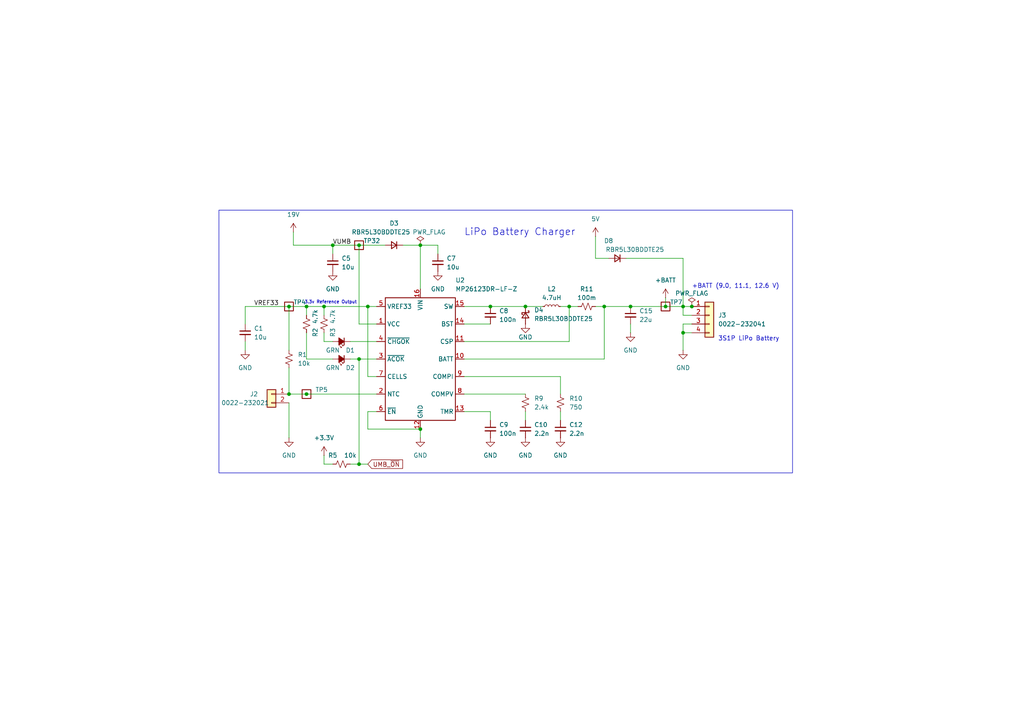
<source format=kicad_sch>
(kicad_sch (version 20250114) (generator "eeschema") (generator_version "9.0")
  (paper "A4")
  (lib_symbols
    (symbol "Connector_Generic:Conn_01x02" (pin_names (offset 1.016) (hide yes))
      (property "Reference" "J" (at 0 2.54 0))
      (property "Value" "Conn_01x02" (at 0 -5.08 0))
      (symbol "Conn_01x02_1_1"
        (rectangle (start -1.27 1.27) (end 1.27 -3.81) (stroke (width 0.254)) (fill (type background)))
        (rectangle (start -1.27 0.127) (end 0 -0.127) (stroke (width 0.1524)))
        (rectangle (start -1.27 -2.413) (end 0 -2.667) (stroke (width 0.1524)))
        (pin passive line (at -5.08 0 0) (length 3.81) (name "Pin_1") (number "1"))
        (pin passive line (at -5.08 -2.54 0) (length 3.81) (name "Pin_2") (number "2"))
      )
    )
    (symbol "Connector_Generic:Conn_01x04" (pin_names (offset 1.016) (hide yes))
      (property "Reference" "J" (at 0 5.08 0))
      (property "Value" "Conn_01x04" (at 0 -7.62 0))
      (symbol "Conn_01x04_1_1"
        (rectangle (start -1.27 3.81) (end 1.27 -6.35) (stroke (width 0.254)) (fill (type background)))
        (rectangle (start -1.27 2.667) (end 0 2.413) (stroke (width 0.1524)))
        (rectangle (start -1.27 0.127) (end 0 -0.127) (stroke (width 0.1524)))
        (rectangle (start -1.27 -2.413) (end 0 -2.667) (stroke (width 0.1524)))
        (rectangle (start -1.27 -4.953) (end 0 -5.207) (stroke (width 0.1524)))
        (pin passive line (at -5.08 2.54 0) (length 3.81) (name "Pin_1") (number "1"))
        (pin passive line (at -5.08 0 0) (length 3.81) (name "Pin_2") (number "2"))
        (pin passive line (at -5.08 -2.54 0) (length 3.81) (name "Pin_3") (number "3"))
        (pin passive line (at -5.08 -5.08 0) (length 3.81) (name "Pin_4") (number "4"))
      )
    )
    (symbol "Device:C_Small" (pin_numbers (hide yes)) (pin_names (offset 0.254) (hide yes))
      (property "Reference" "C" (at 0.254 1.778 0))
      (property "Value" "C_Small" (at 0.254 -2.032 0))
      (symbol "C_Small_0_1"
        (polyline (pts (xy -1.524 0.508) (xy 1.524 0.508)) (stroke (width 0.3048)))
        (polyline (pts (xy -1.524 -0.508) (xy 1.524 -0.508)) (stroke (width 0.3302)))
      )
      (symbol "C_Small_1_1"
        (pin passive line (at 0 2.54 270) (length 2.032) (name "~") (number "1"))
        (pin passive line (at 0 -2.54 90) (length 2.032) (name "~") (number "2"))
      )
    )
    (symbol "Device:D_Schottky_Small" (pin_numbers (hide yes)) (pin_names (offset 0.254) (hide yes))
      (property "Reference" "D" (at -1.27 2.032 0))
      (property "Value" "D_Schottky_Small" (at -7.112 -2.032 0))
      (symbol "D_Schottky_Small_0_1"
        (polyline (pts (xy -1.27 0.762) (xy -1.27 1.016) (xy -0.762 1.016) (xy -0.762 -1.016) (xy -0.254 -1.016) (xy -0.254 -0.762)) (stroke (width 0.254)))
        (polyline (pts (xy -0.762 0) (xy 0.762 0)))
        (polyline (pts (xy 0.762 -1.016) (xy -0.762 0) (xy 0.762 1.016) (xy 0.762 -1.016)) (stroke (width 0.254)))
      )
      (symbol "D_Schottky_Small_1_1"
        (pin passive line (at -2.54 0 0) (length 1.778) (name "K") (number "1"))
        (pin passive line (at 2.54 0 180) (length 1.778) (name "A") (number "2"))
      )
    )
    (symbol "Device:D_Small" (pin_numbers (hide yes)) (pin_names (offset 0.254) (hide yes))
      (property "Reference" "D" (at -1.27 2.032 0))
      (property "Value" "D_Small" (at -3.81 -2.032 0))
      (symbol "D_Small_0_1"
        (polyline (pts (xy -0.762 0) (xy 0.762 0)))
        (polyline (pts (xy -0.762 -1.016) (xy -0.762 1.016)) (stroke (width 0.254)))
        (polyline (pts (xy 0.762 -1.016) (xy -0.762 0) (xy 0.762 1.016) (xy 0.762 -1.016)) (stroke (width 0.254)))
      )
      (symbol "D_Small_1_1"
        (pin passive line (at -2.54 0 0) (length 1.778) (name "K") (number "1"))
        (pin passive line (at 2.54 0 180) (length 1.778) (name "A") (number "2"))
      )
    )
    (symbol "Device:LED_Small_Filled" (pin_numbers (hide yes)) (pin_names (offset 0.254) (hide yes))
      (property "Reference" "D" (at -1.27 3.175 0))
      (property "Value" "LED_Small_Filled" (at -4.445 -2.54 0))
      (symbol "LED_Small_Filled_0_1"
        (polyline (pts (xy -0.762 -1.016) (xy -0.762 1.016)) (stroke (width 0.254)))
        (polyline (pts (xy 0 0.762) (xy -0.508 1.27) (xy -0.254 1.27) (xy -0.508 1.27) (xy -0.508 1.016)))
        (polyline (pts (xy 0.508 1.27) (xy 0 1.778) (xy 0.254 1.778) (xy 0 1.778) (xy 0 1.524)))
        (polyline (pts (xy 0.762 -1.016) (xy -0.762 0) (xy 0.762 1.016) (xy 0.762 -1.016)) (stroke (width 0.254)) (fill (type outline)))
        (polyline (pts (xy 1.016 0) (xy -0.762 0)))
      )
      (symbol "LED_Small_Filled_1_1"
        (pin passive line (at -2.54 0 0) (length 1.778) (name "K") (number "1"))
        (pin passive line (at 2.54 0 180) (length 1.778) (name "A") (number "2"))
      )
    )
    (symbol "Device:L_Small" (pin_numbers (hide yes)) (pin_names (offset 0.254) (hide yes))
      (property "Reference" "L" (at 0.762 1.016 0))
      (property "Value" "L_Small" (at 0.762 -1.016 0))
      (symbol "L_Small_0_1"
        (arc (start 0 2.032) (mid 0.5058 1.524) (end 0 1.016))
        (arc (start 0 1.016) (mid 0.5058 0.508) (end 0 0))
        (arc (start 0 0) (mid 0.5058 -0.508) (end 0 -1.016))
        (arc (start 0 -1.016) (mid 0.5058 -1.524) (end 0 -2.032))
      )
      (symbol "L_Small_1_1"
        (pin passive line (at 0 2.54 270) (length 0.508) (name "~") (number "1"))
        (pin passive line (at 0 -2.54 90) (length 0.508) (name "~") (number "2"))
      )
    )
    (symbol "Device:R_Small_US" (pin_numbers (hide yes)) (pin_names (offset 0.254) (hide yes))
      (property "Reference" "R" (at 0.762 0.508 0))
      (property "Value" "R_Small_US" (at 0.762 -1.016 0))
      (symbol "R_Small_US_1_1"
        (polyline (pts (xy 0 1.524) (xy 1.016 1.143) (xy 0 0.762) (xy -1.016 0.381) (xy 0 0)))
        (polyline (pts (xy 0 0) (xy 1.016 -0.381) (xy 0 -0.762) (xy -1.016 -1.143) (xy 0 -1.524)))
        (pin passive line (at 0 2.54 270) (length 1.016) (name "~") (number "1"))
        (pin passive line (at 0 -2.54 90) (length 1.016) (name "~") (number "2"))
      )
    )
    (symbol "U-MonolithicPower-MP26123DR-LF-Z-battery-charger-li-ion:MP26123DR-LF-Z"
      (property "Reference" "U" (at 0 25.4 0))
      (property "Value" "MP26123DR-LF-Z" (at 0 25.4 0))
      (symbol "MP26123DR-LF-Z_0_1"
        (rectangle (start -10.16 17.78) (end 10.16 -17.78) (stroke (width 0.254)))
      )
      (symbol "MP26123DR-LF-Z_1_1"
        (pin output line (at -12.7 15.24 0) (length 2.54) (name "VREF33") (number "5"))
        (pin power_in line (at -12.7 10.16 0) (length 2.54) (name "VCC") (number "1"))
        (pin output line (at -12.7 5.08 0) (length 2.54) (name "~{CHGOK}") (number "4"))
        (pin output line (at -12.7 0 0) (length 2.54) (name "~{ACOK}") (number "3"))
        (pin input line (at -12.7 -5.08 0) (length 2.54) (name "CELLS") (number "7"))
        (pin input line (at -12.7 -10.16 0) (length 2.54) (name "NTC") (number "2"))
        (pin input line (at -12.7 -15.24 0) (length 2.54) (name "~{EN}") (number "6"))
        (pin power_in line (at 0 20.32 270) (length 2.54) (name "VIN") (number "16"))
        (pin power_in line (at 0 -20.32 90) (length 2.54) (name "GND") (number "12"))
        (pin passive line (at 0 -20.32 90) (length 2.54) (hide yes) (name "GND") (number "17"))
        (pin power_out line (at 12.7 15.24 180) (length 2.54) (name "SW") (number "15"))
        (pin passive line (at 12.7 10.16 180) (length 2.54) (name "BST") (number "14"))
        (pin input line (at 12.7 5.08 180) (length 2.54) (name "CSP") (number "11"))
        (pin passive line (at 12.7 0 180) (length 2.54) (name "BATT") (number "10"))
        (pin passive line (at 12.7 -5.08 180) (length 2.54) (name "COMPI") (number "9"))
        (pin passive line (at 12.7 -10.16 180) (length 2.54) (name "COMPV") (number "8"))
        (pin passive line (at 12.7 -15.24 180) (length 2.54) (name "TMR") (number "13"))
      )
    )
    (symbol "power:+3.3V" (power) (pin_numbers (hide yes)) (pin_names (offset 0) (hide yes))
      (property "Value" "+3.3V" (at 0 3.556 0))
      (symbol "+3.3V_0_1"
        (polyline (pts (xy -0.762 1.27) (xy 0 2.54)))
        (polyline (pts (xy 0 2.54) (xy 0.762 1.27)))
        (polyline (pts (xy 0 0) (xy 0 2.54)))
      )
      (symbol "+3.3V_1_1"
        (pin power_in line (at 0 0 90) (length 0) (name "~") (number "1"))
      )
    )
    (symbol "power:+BATT" (power) (pin_numbers (hide yes)) (pin_names (offset 0) (hide yes))
      (property "Value" "+BATT" (at 0 3.556 0))
      (symbol "+BATT_0_1"
        (polyline (pts (xy -0.762 1.27) (xy 0 2.54)))
        (polyline (pts (xy 0 2.54) (xy 0.762 1.27)))
        (polyline (pts (xy 0 0) (xy 0 2.54)))
      )
      (symbol "+BATT_1_1"
        (pin power_in line (at 0 0 90) (length 0) (name "~") (number "1"))
      )
    )
    (symbol "power:GND" (power) (pin_numbers (hide yes)) (pin_names (offset 0) (hide yes))
      (property "Value" "GND" (at 0 -3.81 0))
      (symbol "GND_0_1"
        (polyline (pts (xy 0 0) (xy 0 -1.27) (xy 1.27 -1.27) (xy 0 -2.54) (xy -1.27 -1.27) (xy 0 -1.27)))
      )
      (symbol "GND_1_1"
        (pin power_in line (at 0 0 270) (length 0) (name "~") (number "1"))
      )
    )
    (symbol "power:PWR_FLAG" (power) (pin_numbers (hide yes)) (pin_names (offset 0) (hide yes))
      (property "Value" "PWR_FLAG" (at 0 3.81 0))
      (symbol "PWR_FLAG_0_0"
        (pin power_out line (at 0 0 90) (length 0) (name "~") (number "1"))
      )
      (symbol "PWR_FLAG_0_1"
        (polyline (pts (xy 0 0) (xy 0 1.27) (xy -1.016 1.905) (xy 0 2.54) (xy 1.016 1.905) (xy 0 1.27)))
      )
    )
    (symbol "psas-testpoint:Test-Point" (pin_numbers (hide yes)) (pin_names (hide yes))
      (property "Reference" "TP" (at 0 2.54 0))
      (symbol "Test-Point_0_1"
        (rectangle (start -1.27 1.27) (end 1.27 -1.27) (stroke (width 0.254)))
      )
      (symbol "Test-Point_1_1"
        (pin passive line (at 0 0 90) (length 0) (name "") (number "1"))
      )
    )
  )
  (rectangle (start 63.5 60.96) (end 229.87 137.16))
  (text "3S1P LiPo Battery" (at 208.28 99.06 0) (effects (font (size 1.27 1.27)) (justify left bottom)))
  (text "3.3v Reference Output" (at 88.265 88.265 0) (effects (font (size 0.889 0.889)) (justify left bottom)))
  (text "+BATT (9.0, 11.1, 12.6 V)" (at 200.66 83.82 0) (effects (font (size 1.27 1.27)) (justify left bottom)))
  (text "LiPo Battery Charger" (at 134.62 68.58 0) (effects (font (size 2.032 2.032)) (justify left bottom)))
  (junction (at 175.26 88.9))
  (junction (at 198.12 96.52))
  (junction (at 106.68 88.9))
  (junction (at 104.14 71.12))
  (junction (at 200.66 88.9))
  (junction (at 83.82 88.9))
  (junction (at 165.1 88.9))
  (junction (at 182.88 88.9))
  (junction (at 83.82 114.3))
  (junction (at 93.98 88.9))
  (junction (at 121.92 124.46))
  (junction (at 193.04 88.9))
  (junction (at 142.24 88.9))
  (junction (at 198.12 88.9))
  (junction (at 152.4 88.9))
  (junction (at 88.9 88.9))
  (junction (at 104.14 104.14))
  (junction (at 104.14 134.62))
  (junction (at 96.52 71.12))
  (junction (at 88.9 114.3))
  (junction (at 121.92 71.12))
  (wire (pts (xy 181.61 74.93) (xy 198.12 74.93)))
  (wire (pts (xy 172.72 74.93) (xy 176.53 74.93)))
  (wire (pts (xy 104.14 71.12) (xy 104.14 93.98)))
  (wire (pts (xy 85.09 67.31) (xy 85.09 71.12)))
  (wire (pts (xy 101.6 99.06) (xy 109.22 99.06)))
  (wire (pts (xy 101.6 134.62) (xy 104.14 134.62)))
  (wire (pts (xy 193.04 88.9) (xy 198.12 88.9)))
  (wire (pts (xy 93.98 88.9) (xy 106.68 88.9)))
  (wire (pts (xy 88.9 104.14) (xy 96.52 104.14)))
  (wire (pts (xy 152.4 119.38) (xy 152.4 121.92)))
  (wire (pts (xy 193.04 86.36) (xy 193.04 88.9)))
  (wire (pts (xy 71.12 93.98) (xy 71.12 88.9)))
  (wire (pts (xy 198.12 91.44) (xy 198.12 88.9)))
  (wire (pts (xy 106.68 88.9) (xy 109.22 88.9)))
  (wire (pts (xy 109.22 93.98) (xy 104.14 93.98)))
  (wire (pts (xy 93.98 99.06) (xy 96.52 99.06)))
  (wire (pts (xy 162.56 88.9) (xy 165.1 88.9)))
  (wire (pts (xy 71.12 99.06) (xy 71.12 101.6)))
  (wire (pts (xy 175.26 104.14) (xy 134.62 104.14)))
  (wire (pts (xy 121.92 124.46) (xy 121.92 127)))
  (wire (pts (xy 101.6 104.14) (xy 104.14 104.14)))
  (wire (pts (xy 93.98 134.62) (xy 96.52 134.62)))
  (wire (pts (xy 93.98 132.08) (xy 93.98 134.62)))
  (wire (pts (xy 162.56 119.38) (xy 162.56 121.92)))
  (wire (pts (xy 104.14 104.14) (xy 104.14 134.62)))
  (wire (pts (xy 104.14 71.12) (xy 96.52 71.12)))
  (wire (pts (xy 134.62 109.22) (xy 162.56 109.22)))
  (wire (pts (xy 88.9 88.9) (xy 93.98 88.9)))
  (wire (pts (xy 142.24 121.92) (xy 142.24 119.38)))
  (wire (pts (xy 142.24 88.9) (xy 152.4 88.9)))
  (wire (pts (xy 165.1 88.9) (xy 165.1 99.06)))
  (wire (pts (xy 83.82 101.6) (xy 83.82 88.9)))
  (wire (pts (xy 134.62 114.3) (xy 152.4 114.3)))
  (wire (pts (xy 127 71.12) (xy 127 73.66)))
  (wire (pts (xy 83.82 88.9) (xy 88.9 88.9)))
  (wire (pts (xy 83.82 106.68) (xy 83.82 114.3)))
  (wire (pts (xy 104.14 134.62) (xy 106.68 134.62)))
  (wire (pts (xy 162.56 109.22) (xy 162.56 114.3)))
  (wire (pts (xy 172.72 88.9) (xy 175.26 88.9)))
  (wire (pts (xy 175.26 88.9) (xy 175.26 104.14)))
  (wire (pts (xy 93.98 88.9) (xy 93.98 91.44)))
  (wire (pts (xy 71.12 88.9) (xy 83.82 88.9)))
  (wire (pts (xy 85.09 71.12) (xy 96.52 71.12)))
  (wire (pts (xy 165.1 88.9) (xy 167.64 88.9)))
  (wire (pts (xy 200.66 91.44) (xy 198.12 91.44)))
  (wire (pts (xy 106.68 88.9) (xy 106.68 109.22)))
  (wire (pts (xy 88.9 96.52) (xy 88.9 104.14)))
  (wire (pts (xy 109.22 119.38) (xy 106.68 119.38)))
  (wire (pts (xy 121.92 71.12) (xy 127 71.12)))
  (wire (pts (xy 106.68 124.46) (xy 121.92 124.46)))
  (wire (pts (xy 88.9 88.9) (xy 88.9 91.44)))
  (wire (pts (xy 152.4 88.9) (xy 157.48 88.9)))
  (wire (pts (xy 200.66 93.98) (xy 198.12 93.98)))
  (wire (pts (xy 198.12 93.98) (xy 198.12 96.52)))
  (wire (pts (xy 93.98 96.52) (xy 93.98 99.06)))
  (wire (pts (xy 109.22 109.22) (xy 106.68 109.22)))
  (wire (pts (xy 198.12 88.9) (xy 200.66 88.9)))
  (wire (pts (xy 134.62 93.98) (xy 142.24 93.98)))
  (wire (pts (xy 104.14 104.14) (xy 109.22 104.14)))
  (wire (pts (xy 121.92 83.82) (xy 121.92 71.12)))
  (wire (pts (xy 96.52 71.12) (xy 96.52 73.66)))
  (wire (pts (xy 172.72 68.58) (xy 172.72 74.93)))
  (wire (pts (xy 182.88 93.98) (xy 182.88 96.52)))
  (wire (pts (xy 198.12 96.52) (xy 200.66 96.52)))
  (wire (pts (xy 165.1 99.06) (xy 134.62 99.06)))
  (wire (pts (xy 88.9 114.3) (xy 109.22 114.3)))
  (wire (pts (xy 134.62 88.9) (xy 142.24 88.9)))
  (wire (pts (xy 104.14 71.12) (xy 111.76 71.12)))
  (wire (pts (xy 83.82 114.3) (xy 88.9 114.3)))
  (wire (pts (xy 175.26 88.9) (xy 182.88 88.9)))
  (wire (pts (xy 83.82 116.84) (xy 83.82 127)))
  (wire (pts (xy 198.12 96.52) (xy 198.12 101.6)))
  (wire (pts (xy 198.12 74.93) (xy 198.12 88.9)))
  (wire (pts (xy 142.24 119.38) (xy 134.62 119.38)))
  (wire (pts (xy 106.68 119.38) (xy 106.68 124.46)))
  (wire (pts (xy 116.84 71.12) (xy 121.92 71.12)))
  (wire (pts (xy 182.88 88.9) (xy 193.04 88.9)))
  (label "VREF33" (at 73.66 88.9 0))
  (label "VUMB" (at 96.52 71.12 0))
  (global_label "UMB_~{ON}" (shape input) (at 106.68 134.62 0) (property "Intersheetrefs" "${INTERSHEET_REFS}" (effects (hide yes))))
  (symbol (lib_id "Device:C_Small") (at 162.56 124.46 0) (unit 1)
    (property "Reference" "C12" (at 165.1 123.1962 0) (effects (justify left)))
    (property "Value" "2.2n" (at 165.1 125.7362 0) (effects (justify left)))
    (property "Footprint" "Capacitor_SMD:C_0603_1608Metric" (effects (hide yes)))
    (property "Description" "CAP CER 2200PF 50V X7R 0603" (effects (hide yes)))
    (property "DPN" "1276-6530-1-ND" (effects (hide yes)))
    (property "DST" "DigiKey" (effects (hide yes)))
    (property "MFR" "Samsung Microelectronics" (effects (hide yes)))
    (property "MPN" "CL10B222KB8WPNC" (effects (hide yes)))
  )
  (symbol (lib_id "power:GND") (at 152.4 127 0) (unit 1)
    (property "Reference" "#PWR018" (effects (hide yes)))
    (property "Value" "GND" (at 152.4 132.08 0))
    (property "Description" "Power symbol creates a global label with name \"GND\" , ground" (effects (hide yes)))
  )
  (symbol (lib_id "Device:LED_Small_Filled") (at 99.06 104.14 180) (unit 1)
    (property "Reference" "D2" (at 101.6 106.68 0))
    (property "Value" "GRN" (at 96.52 106.68 0))
    (property "Footprint" "LED_SMD:LED_0603_1608Metric" (effects (hide yes)))
    (property "Datasheet" "https://www.we-online.com/components/products/datasheet/150060GS75000.pdf" (effects (hide yes)))
    (property "Description" "Green 520nm LED Indication - Discrete 3.2V 0603 (1608 Metric) - 430 mcd @ 20 mA" (effects (hide yes)))
    (property "DPN" "732-4971-1-ND" (effects (hide yes)))
    (property "DST" "DigiKey" (effects (hide yes)))
    (property "MFR" "Wurth" (effects (hide yes)))
    (property "MPN" "150060GS75000" (effects (hide yes)))
  )
  (symbol (lib_id "power:GND") (at 152.4 93.98 0) (unit 1)
    (property "Reference" "#PWR017" (effects (hide yes)))
    (property "Value" "GND" (at 152.4 97.79 0))
    (property "Description" "Power symbol creates a global label with name \"GND\" , ground" (effects (hide yes)))
  )
  (symbol (lib_id "psas-testpoint:Test-Point") (at 83.82 88.9 0) (unit 1) (in_bom no)
    (property "Reference" "TP4" (at 85.09 87.63 0) (effects (justify left)))
    (property "Value" "Test-Point" (effects (hide yes)))
    (property "Footprint" "psas-footprints:TP-through-hole-1X01" (effects (hide yes)))
  )
  (symbol (lib_id "power:GND") (at 198.12 101.6 0) (unit 1)
    (property "Reference" "#PWR028" (effects (hide yes)))
    (property "Value" "GND" (at 198.12 106.68 0))
    (property "Description" "Power symbol creates a global label with name \"GND\" , ground" (effects (hide yes)))
  )
  (symbol (lib_id "Device:D_Small") (at 179.07 74.93 180) (unit 1)
    (property "Reference" "D8" (at 176.53 69.85 0))
    (property "Value" "RBR5L30BDDTE25" (at 184.15 72.39 0))
    (property "Footprint" "Diode_SMD:D_SMA" (effects (hide yes)))
    (property "Datasheet" "https://www.rohm.com/datasheet?p=RBR5L30BDD&dist=Digi-key&media=referral&source=digi-key.com&campaign=Digi-key" (effects (hide yes)))
    (property "Description" "DIODE SCHOTTKY 30V 5A PMDS" (effects (hide yes)))
    (property "DPN" "846-RBR5L30BDDTE25CT-ND" (effects (hide yes)))
    (property "DST" "DigiKey" (effects (hide yes)))
    (property "MFR" "Rohm" (effects (hide yes)))
    (property "MPN" "RBR5L30BDDTE25" (effects (hide yes)))
    (property "Sim.Device" "D" (effects (hide yes)))
    (property "Sim.Pins" "1=K 2=A" (effects (hide yes)))
  )
  (symbol (lib_id "power:PWR_FLAG") (at 200.66 88.9 0) (unit 1)
    (property "Reference" "#FLG0102" (effects (hide yes)))
    (property "Value" "PWR_FLAG" (at 200.66 85.09 0))
    (property "Description" "Special symbol for telling ERC where power comes from" (effects (hide yes)))
  )
  (symbol (lib_id "power:GND") (at 162.56 127 0) (unit 1)
    (property "Reference" "#PWR021" (effects (hide yes)))
    (property "Value" "GND" (at 162.56 132.08 0))
    (property "Description" "Power symbol creates a global label with name \"GND\" , ground" (effects (hide yes)))
  )
  (symbol (lib_id "Device:L_Small") (at 160.02 88.9 90) (unit 1)
    (property "Reference" "L2" (at 160.02 83.82 90))
    (property "Value" "4.7uH" (at 160.02 86.36 90))
    (property "Footprint" "Inductor_SMD:L_Vishay_IHLP-2020" (effects (hide yes)))
    (property "Datasheet" "https://www.vishay.com/docs/34261/ihlp2020bz11.pdf" (effects (hide yes)))
    (property "Description" "FIXED IND 4.7UH 3.2A 81.3MOHM SM" (effects (hide yes)))
    (property "MPN" "IHLP2020BZER4R7M11" (effects (hide yes)))
    (property "DPN" "541-1222-1-ND" (effects (hide yes)))
    (property "DST" "DigiKey" (effects (hide yes)))
    (property "MFR" "Vishay" (effects (hide yes)))
  )
  (symbol (lib_id "power:+3.3V") (at 85.09 67.31 0) (mirror y) (unit 1)
    (property "Reference" "#PWR01" (effects (hide yes)))
    (property "Value" "19V" (at 85.09 62.23 0))
    (property "Description" "Power symbol creates a global label with name \"+3.3V\"" (effects (hide yes)))
  )
  (symbol (lib_id "Device:R_Small_US") (at 152.4 116.84 0) (unit 1)
    (property "Reference" "R9" (at 154.94 115.5699 0) (effects (justify left)))
    (property "Value" "2.4k" (at 154.94 118.1099 0) (effects (justify left)))
    (property "Footprint" "Resistor_SMD:R_0603_1608Metric" (effects (hide yes)))
    (property "Description" "RES 2.4K OHM 1% 1/10W 0603" (effects (hide yes)))
    (property "DPN" "311-2.40KHRCT-ND" (effects (hide yes)))
    (property "DST" "DigiKey" (effects (hide yes)))
    (property "MFR" "Yageo" (effects (hide yes)))
    (property "MPN" "RC0603FR-072K4L" (effects (hide yes)))
  )
  (symbol (lib_id "power:GND") (at 83.82 127 0) (unit 1)
    (property "Reference" "#PWR05" (effects (hide yes)))
    (property "Value" "GND" (at 83.82 132.08 0))
    (property "Description" "Power symbol creates a global label with name \"GND\" , ground" (effects (hide yes)))
  )
  (symbol (lib_id "Device:C_Small") (at 71.12 96.52 0) (unit 1)
    (property "Reference" "C1" (at 73.66 95.2562 0) (effects (justify left)))
    (property "Value" "10u" (at 73.66 97.7962 0) (effects (justify left)))
    (property "Footprint" "Capacitor_SMD:C_0805_2012Metric" (effects (hide yes)))
    (property "Description" "CAP CER 10UF 50V X5R 0805" (effects (hide yes)))
    (property "DPN" "490-18663-1-ND" (effects (hide yes)))
    (property "DST" "DigiKey" (effects (hide yes)))
    (property "MFR" "Murata" (effects (hide yes)))
    (property "MPN" "GRM21BR61H106KE43L" (effects (hide yes)))
  )
  (symbol (lib_id "Device:C_Small") (at 182.88 91.44 0) (unit 1)
    (property "Reference" "C15" (at 185.42 90.1762 0) (effects (justify left)))
    (property "Value" "22u" (at 185.42 92.7162 0) (effects (justify left)))
    (property "Footprint" "Capacitor_SMD:C_0805_2012Metric" (effects (hide yes)))
    (property "Description" "CAP CER 22UF 25V X5R 0805" (effects (hide yes)))
    (property "MPN" "GRT21BR61E226ME13L" (effects (hide yes)))
    (property "DPN" "490-12389-1-ND" (effects (hide yes)))
    (property "DST" "DigiKey" (effects (hide yes)))
    (property "MFR" "Murata" (effects (hide yes)))
  )
  (symbol (lib_id "Connector_Generic:Conn_01x04") (at 205.74 91.44 0) (unit 1)
    (property "Reference" "J3" (at 208.28 91.4399 0) (effects (justify left)))
    (property "Value" "0022-232041" (at 208.28 93.9799 0) (effects (justify left)))
    (property "Footprint" "Connector_Molex:Molex_KK-254_AE-6410-04A_1x04_P2.54mm_Vertical" (effects (hide yes)))
    (property "Datasheet" "https://www.molex.com/en-us/products/part-detail/22232041?display=pdf" (effects (hide yes)))
    (property "Description" "CONN HEADER VERT 4POS 2.54MM HIGH PRESSURE" (effects (hide yes)))
    (property "DPN" "WM4202-ND" (effects (hide yes)))
    (property "DST" "DigiKey" (effects (hide yes)))
    (property "MFR" "Molex" (effects (hide yes)))
    (property "MPN" "22232041" (effects (hide yes)))
  )
  (symbol (lib_id "power:PWR_FLAG") (at 121.92 71.12 0) (unit 1)
    (property "Reference" "#FLG0105" (effects (hide yes)))
    (property "Value" "PWR_FLAG" (at 124.46 67.31 0))
    (property "Description" "Special symbol for telling ERC where power comes from" (effects (hide yes)))
  )
  (symbol (lib_id "Connector_Generic:Conn_01x02") (at 78.74 114.3 0) (mirror y) (unit 1)
    (property "Reference" "J2" (at 73.66 114.3 0))
    (property "Value" "0022-232021" (at 71.12 116.84 0))
    (property "Footprint" "Connector_Molex:Molex_KK-254_AE-6410-02A_1x02_P2.54mm_Vertical" (effects (hide yes)))
    (property "Datasheet" "https://www.molex.com/webdocs/datasheets/pdf/en-us//0022232021_PCB_HEADERS.pdf" (effects (hide yes)))
    (property "Description" "CONN HEADER VERT 2POS 2.54MM HIGH PRESSURE" (effects (hide yes)))
    (property "DPN" "900-0022232021-ND" (effects (hide yes)))
    (property "DST" "DigiKey" (effects (hide yes)))
    (property "MFR" "Molex" (effects (hide yes)))
    (property "MPN" "22232021" (effects (hide yes)))
  )
  (symbol (lib_id "Device:R_Small_US") (at 99.06 134.62 90) (unit 1)
    (property "Reference" "R5" (at 96.52 132.08 90))
    (property "Value" "10k" (at 101.6 132.08 90))
    (property "Footprint" "Resistor_SMD:R_0603_1608Metric" (effects (hide yes)))
    (property "Description" "RES 10K OHM 1% 1/10W 0603" (effects (hide yes)))
    (property "DPN" "311-10.0KHRCT-ND" (effects (hide yes)))
    (property "DST" "DigiKey" (effects (hide yes)))
    (property "MFR" "Yageo" (effects (hide yes)))
    (property "MPN" "RC0603FR-0710KL" (effects (hide yes)))
  )
  (symbol (lib_id "Device:R_Small_US") (at 93.98 93.98 0) (unit 1)
    (property "Reference" "R3" (at 96.52 97.79 90) (effects (justify left)))
    (property "Value" "4.7k" (at 96.52 93.98 90) (effects (justify left)))
    (property "Footprint" "Resistor_SMD:R_0603_1608Metric" (effects (hide yes)))
    (property "Description" "RES 4.7K OHM 1% 1/10W 0603" (effects (hide yes)))
    (property "DPN" "311-4.70KHRCT-ND" (effects (hide yes)))
    (property "DST" "DigiKey" (effects (hide yes)))
    (property "MFR" "Yageo" (effects (hide yes)))
    (property "MPN" "RC0603FR-074K7L" (effects (hide yes)))
  )
  (symbol (lib_id "power:GND") (at 182.88 96.52 0) (unit 1)
    (property "Reference" "#PWR024" (effects (hide yes)))
    (property "Value" "GND" (at 182.88 101.6 0))
    (property "Description" "Power symbol creates a global label with name \"GND\" , ground" (effects (hide yes)))
  )
  (symbol (lib_id "Device:D_Small") (at 114.3 71.12 180) (unit 1)
    (property "Reference" "D3" (at 114.3 64.77 0))
    (property "Value" "RBR5L30BDDTE25" (at 110.49 67.31 0))
    (property "Footprint" "Diode_SMD:D_SMA" (effects (hide yes)))
    (property "Datasheet" "https://www.rohm.com/datasheet?p=RBR5L30BDD&dist=Digi-key&media=referral&source=digi-key.com&campaign=Digi-key" (effects (hide yes)))
    (property "Description" "DIODE SCHOTTKY 30V 5A PMDS" (effects (hide yes)))
    (property "DPN" "846-RBR5L30BDDTE25CT-ND" (effects (hide yes)))
    (property "DST" "DigiKey" (effects (hide yes)))
    (property "MFR" "Rohm" (effects (hide yes)))
    (property "MPN" "RBR5L30BDDTE25" (effects (hide yes)))
    (property "Sim.Device" "D" (effects (hide yes)))
    (property "Sim.Pins" "1=K 2=A" (effects (hide yes)))
  )
  (symbol (lib_id "Device:C_Small") (at 127 76.2 0) (unit 1)
    (property "Reference" "C7" (at 129.54 74.9362 0) (effects (justify left)))
    (property "Value" "10u" (at 129.54 77.4762 0) (effects (justify left)))
    (property "Footprint" "Capacitor_SMD:C_0805_2012Metric" (effects (hide yes)))
    (property "Description" "CAP CER 10UF 50V X5R 0805" (effects (hide yes)))
    (property "DPN" "490-18663-1-ND" (effects (hide yes)))
    (property "DST" "DigiKey" (effects (hide yes)))
    (property "MFR" "Murata" (effects (hide yes)))
    (property "MPN" "GRM21BR61H106KE43L" (effects (hide yes)))
  )
  (symbol (lib_id "power:GND") (at 121.92 127 0) (unit 1)
    (property "Reference" "#PWR012" (effects (hide yes)))
    (property "Value" "GND" (at 121.92 132.08 0))
    (property "Description" "Power symbol creates a global label with name \"GND\" , ground" (effects (hide yes)))
  )
  (symbol (lib_id "power:+3.3V") (at 93.98 132.08 0) (unit 1)
    (property "Reference" "#PWR08" (effects (hide yes)))
    (property "Value" "+3.3V" (at 93.98 127 0))
    (property "Description" "Power symbol creates a global label with name \"+3.3V\"" (effects (hide yes)))
  )
  (symbol (lib_id "power:GND") (at 142.24 127 0) (unit 1)
    (property "Reference" "#PWR015" (effects (hide yes)))
    (property "Value" "GND" (at 142.24 132.08 0))
    (property "Description" "Power symbol creates a global label with name \"GND\" , ground" (effects (hide yes)))
  )
  (symbol (lib_id "psas-testpoint:Test-Point") (at 193.04 88.9 0) (unit 1) (in_bom no)
    (property "Reference" "TP7" (at 194.31 87.63 0) (effects (justify left)))
    (property "Value" "Test-Point" (effects (hide yes)))
    (property "Footprint" "psas-footprints:TP-through-hole-1X01" (effects (hide yes)))
  )
  (symbol (lib_id "Device:C_Small") (at 142.24 91.44 0) (unit 1)
    (property "Reference" "C8" (at 144.78 90.1762 0) (effects (justify left)))
    (property "Value" "100n" (at 144.78 92.7162 0) (effects (justify left)))
    (property "Footprint" "Capacitor_SMD:C_0603_1608Metric" (effects (hide yes)))
    (property "Description" "CAP CER 0.1UF 50V X7R 0603" (effects (hide yes)))
    (property "DPN" "1276-6854-1-ND" (effects (hide yes)))
    (property "DST" "DigiKey" (effects (hide yes)))
    (property "MFR" "Samsung Microelectronics" (effects (hide yes)))
    (property "MPN" "CL10B104KB8WPNC" (effects (hide yes)))
  )
  (symbol (lib_id "psas-testpoint:Test-Point") (at 88.9 114.3 0) (unit 1) (in_bom no)
    (property "Reference" "TP5" (at 91.44 113.03 0) (effects (justify left)))
    (property "Value" "Test-Point" (effects (hide yes)))
    (property "Footprint" "psas-footprints:TP-through-hole-1X01" (effects (hide yes)))
  )
  (symbol (lib_id "Device:R_Small_US") (at 170.18 88.9 90) (unit 1)
    (property "Reference" "R11" (at 170.18 83.82 90))
    (property "Value" "100m" (at 170.18 86.36 90))
    (property "Footprint" "Resistor_SMD:R_1206_3216Metric" (effects (hide yes)))
    (property "Description" "RES 0.1 OHM 1% 1/2W 1206" (effects (hide yes)))
    (property "DPN" "CSR1206FTR100CT-ND" (effects (hide yes)))
    (property "DST" "DigiKey" (effects (hide yes)))
    (property "MFR" "Stackpole" (effects (hide yes)))
    (property "MPN" "CSR1206FTR100" (effects (hide yes)))
  )
  (symbol (lib_id "Device:R_Small_US") (at 83.82 104.14 0) (unit 1)
    (property "Reference" "R1" (at 86.36 102.8699 0) (effects (justify left)))
    (property "Value" "10k" (at 86.36 105.4099 0) (effects (justify left)))
    (property "Footprint" "Resistor_SMD:R_0603_1608Metric" (effects (hide yes)))
    (property "Description" "RES 10K OHM 1% 1/10W 0603" (effects (hide yes)))
    (property "DPN" "311-10.0KHRCT-ND" (effects (hide yes)))
    (property "DST" "DigiKey" (effects (hide yes)))
    (property "MFR" "Yageo" (effects (hide yes)))
    (property "MPN" "RC0603FR-0710KL" (effects (hide yes)))
  )
  (symbol (lib_id "power:GND") (at 71.12 101.6 0) (unit 1)
    (property "Reference" "#PWR02" (effects (hide yes)))
    (property "Value" "GND" (at 71.12 106.68 0))
    (property "Description" "Power symbol creates a global label with name \"GND\" , ground" (effects (hide yes)))
  )
  (symbol (lib_id "power:+3.3V") (at 172.72 68.58 0) (mirror y) (unit 1)
    (property "Reference" "#PWR03" (effects (hide yes)))
    (property "Value" "5V" (at 172.72 63.5 0))
    (property "Description" "Power symbol creates a global label with name \"+3.3V\"" (effects (hide yes)))
  )
  (symbol (lib_id "Device:C_Small") (at 152.4 124.46 0) (unit 1)
    (property "Reference" "C10" (at 154.94 123.1962 0) (effects (justify left)))
    (property "Value" "2.2n" (at 154.94 125.7362 0) (effects (justify left)))
    (property "Footprint" "Capacitor_SMD:C_0603_1608Metric" (effects (hide yes)))
    (property "Description" "CAP CER 2200PF 50V X7R 0603" (effects (hide yes)))
    (property "DPN" "1276-6530-1-ND" (effects (hide yes)))
    (property "DST" "DigiKey" (effects (hide yes)))
    (property "MFR" "Samsung Microelectronics" (effects (hide yes)))
    (property "MPN" "CL10B222KB8WPNC" (effects (hide yes)))
  )
  (symbol (lib_id "Device:C_Small") (at 142.24 124.46 0) (unit 1)
    (property "Reference" "C9" (at 144.78 123.1962 0) (effects (justify left)))
    (property "Value" "100n" (at 144.78 125.7362 0) (effects (justify left)))
    (property "Footprint" "Capacitor_SMD:C_0603_1608Metric" (effects (hide yes)))
    (property "Description" "CAP CER 0.1UF 50V X7R 0603" (effects (hide yes)))
    (property "DPN" "1276-6854-1-ND" (effects (hide yes)))
    (property "DST" "DigiKey" (effects (hide yes)))
    (property "MFR" "Samsung Microelectronics" (effects (hide yes)))
    (property "MPN" "CL10B104KB8WPNC" (effects (hide yes)))
  )
  (symbol (lib_id "Device:D_Schottky_Small") (at 152.4 91.44 270) (unit 1)
    (property "Reference" "D4" (at 154.94 89.9159 90) (effects (justify left)))
    (property "Value" "RBR5L30BDDTE25" (at 154.94 92.4559 90) (effects (justify left)))
    (property "Footprint" "Diode_SMD:D_SMA" (effects (hide yes)))
    (property "Datasheet" "https://www.rohm.com/datasheet?p=RBR5L30BDD&dist=Digi-key&media=referral&source=digi-key.com&campaign=Digi-key" (effects (hide yes)))
    (property "Description" "DIODE SCHOTTKY 30V 5A PMDS" (effects (hide yes)))
    (property "DPN" "846-RBR5L30BDDTE25CT-ND" (effects (hide yes)))
    (property "DST" "DigiKey" (effects (hide yes)))
    (property "MFR" "Rohm" (effects (hide yes)))
    (property "MPN" "RBR5L30BDDTE25" (effects (hide yes)))
  )
  (symbol (lib_id "power:+BATT") (at 193.04 86.36 0) (unit 1)
    (property "Reference" "#PWR026" (effects (hide yes)))
    (property "Value" "+BATT" (at 193.04 81.28 0))
    (property "Description" "Power symbol creates a global label with name \"+BATT\"" (effects (hide yes)))
  )
  (symbol (lib_id "Device:LED_Small_Filled") (at 99.06 99.06 180) (unit 1)
    (property "Reference" "D1" (at 101.6 101.6 0))
    (property "Value" "GRN" (at 96.52 101.6 0))
    (property "Footprint" "LED_SMD:LED_0603_1608Metric" (effects (hide yes)))
    (property "Datasheet" "https://www.we-online.com/components/products/datasheet/150060GS75000.pdf" (effects (hide yes)))
    (property "Description" "Green 520nm LED Indication - Discrete 3.2V 0603 (1608 Metric) - 430 mcd @ 20 mA" (effects (hide yes)))
    (property "DPN" "732-4971-1-ND" (effects (hide yes)))
    (property "DST" "DigiKey" (effects (hide yes)))
    (property "MFR" "Wurth" (effects (hide yes)))
    (property "MPN" "150060GS75000" (effects (hide yes)))
  )
  (symbol (lib_id "power:GND") (at 127 78.74 0) (unit 1)
    (property "Reference" "#PWR014" (effects (hide yes)))
    (property "Value" "GND" (at 127 83.82 0))
    (property "Description" "Power symbol creates a global label with name \"GND\" , ground" (effects (hide yes)))
  )
  (symbol (lib_id "psas-testpoint:Test-Point") (at 104.14 71.12 0) (unit 1) (in_bom no)
    (property "Reference" "TP32" (at 105.41 69.85 0) (effects (justify left)))
    (property "Value" "Test-Point" (effects (hide yes)))
    (property "Footprint" "psas-footprints:TP-through-hole-1X01" (effects (hide yes)))
  )
  (symbol (lib_id "Device:R_Small_US") (at 88.9 93.98 0) (unit 1)
    (property "Reference" "R2" (at 91.44 97.79 90) (effects (justify left)))
    (property "Value" "4.7k" (at 91.44 93.98 90) (effects (justify left)))
    (property "Footprint" "Resistor_SMD:R_0603_1608Metric" (effects (hide yes)))
    (property "Description" "RES 4.7K OHM 1% 1/10W 0603" (effects (hide yes)))
    (property "DPN" "311-4.70KHRCT-ND" (effects (hide yes)))
    (property "DST" "DigiKey" (effects (hide yes)))
    (property "MFR" "Yageo" (effects (hide yes)))
    (property "MPN" "RC0603FR-074K7L" (effects (hide yes)))
  )
  (symbol (lib_id "U-MonolithicPower-MP26123DR-LF-Z-battery-charger-li-ion:MP26123DR-LF-Z") (at 121.92 104.14 0) (unit 1)
    (property "Reference" "U2" (at 132.08 81.28 0) (effects (justify left)))
    (property "Value" "MP26123DR-LF-Z" (at 132.08 83.82 0) (effects (justify left)))
    (property "Footprint" "Package_DFN_QFN:QFN-16-1EP_4x4mm_P0.65mm_EP2.5x2.5mm" (effects (hide yes)))
    (property "Datasheet" "https://www.monolithicpower.com/en/documentview/productdocument/index/version/2/document_type/Datasheet/lang/en/sku/MP26123/document_id/1398" (effects (hide yes)))
    (property "Description" "IC BATT CHG LI-ION 2-3CELL 16QFN" (effects (hide yes)))
    (property "DPN" "1589-1609-1-ND" (effects (hide yes)))
    (property "DST" "DigiKey" (effects (hide yes)))
    (property "MFR" "Monolithic Power Systems" (effects (hide yes)))
    (property "MPN" "MP26123DR-LF-Z" (effects (hide yes)))
  )
  (symbol (lib_id "power:GND") (at 96.52 78.74 0) (unit 1)
    (property "Reference" "#PWR010" (effects (hide yes)))
    (property "Value" "GND" (at 96.52 83.82 0))
    (property "Description" "Power symbol creates a global label with name \"GND\" , ground" (effects (hide yes)))
  )
  (symbol (lib_id "Device:C_Small") (at 96.52 76.2 0) (unit 1)
    (property "Reference" "C5" (at 99.06 74.9362 0) (effects (justify left)))
    (property "Value" "10u" (at 99.06 77.4762 0) (effects (justify left)))
    (property "Footprint" "Capacitor_SMD:C_0805_2012Metric" (effects (hide yes)))
    (property "Description" "CAP CER 10UF 50V X5R 0805" (effects (hide yes)))
    (property "DPN" "490-18663-1-ND" (effects (hide yes)))
    (property "DST" "DigiKey" (effects (hide yes)))
    (property "MFR" "Murata" (effects (hide yes)))
    (property "MPN" "GRM21BR61H106KE43L" (effects (hide yes)))
  )
  (symbol (lib_id "Device:R_Small_US") (at 162.56 116.84 0) (unit 1)
    (property "Reference" "R10" (at 165.1 115.5699 0) (effects (justify left)))
    (property "Value" "750" (at 165.1 118.1099 0) (effects (justify left)))
    (property "Footprint" "Resistor_SMD:R_0603_1608Metric" (effects (hide yes)))
    (property "Description" "RES 750 OHM 1% 1/10W 0603" (effects (hide yes)))
    (property "DPN" "311-750HRCT-ND" (effects (hide yes)))
    (property "DST" "DigiKey" (effects (hide yes)))
    (property "MFR" "Yageo" (effects (hide yes)))
    (property "MPN" "RC0603FR-07750RL" (effects (hide yes)))
  )
)
</source>
